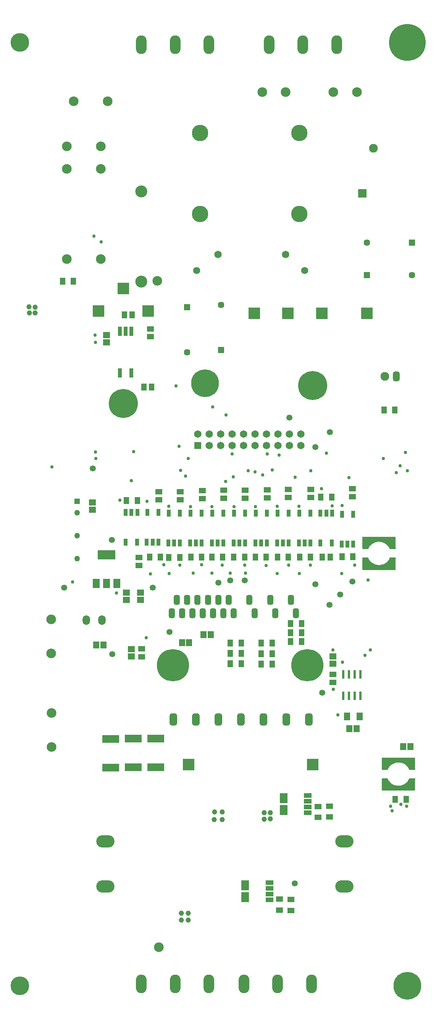
<source format=gts>
%FSTAX23Y23*%
%MOIN*%
%SFA1B1*%

%IPPOS*%
%AMD50*
4,1,8,0.032500,-0.034400,0.032500,0.034400,0.014800,0.052200,-0.014800,0.052200,-0.032500,0.034400,-0.032500,-0.034400,-0.014800,-0.052200,0.014800,-0.052200,0.032500,-0.034400,0.0*
1,1,0.035433,0.014800,-0.034400*
1,1,0.035433,0.014800,0.034400*
1,1,0.035433,-0.014800,0.034400*
1,1,0.035433,-0.014800,-0.034400*
%
%AMD51*
4,1,8,0.026600,-0.027600,0.026600,0.027600,0.011800,0.042300,-0.011800,0.042300,-0.026600,0.027600,-0.026600,-0.027600,-0.011800,-0.042300,0.011800,-0.042300,0.026600,-0.027600,0.0*
1,1,0.029528,0.011800,-0.027600*
1,1,0.029528,0.011800,0.027600*
1,1,0.029528,-0.011800,0.027600*
1,1,0.029528,-0.011800,-0.027600*
%
%AMD57*
4,1,8,0.028500,-0.026600,0.028500,0.026600,0.012800,0.042300,-0.012800,0.042300,-0.028500,0.026600,-0.028500,-0.026600,-0.012800,-0.042300,0.012800,-0.042300,0.028500,-0.026600,0.0*
1,1,0.031496,0.012800,-0.026600*
1,1,0.031496,0.012800,0.026600*
1,1,0.031496,-0.012800,0.026600*
1,1,0.031496,-0.012800,-0.026600*
%
%ADD19C,0.011811*%
%ADD20R,0.045275X0.061024*%
%ADD21R,0.281496X0.025591*%
%ADD22R,0.061024X0.045275*%
%ADD23C,0.053150*%
%ADD24R,0.057087X0.061024*%
%ADD25R,0.061024X0.057087*%
%ADD26R,0.059055X0.051181*%
%ADD27R,0.021968X0.077559*%
%ADD28R,0.053150X0.070866*%
%ADD29R,0.149606X0.068898*%
%ADD30R,0.051181X0.059055*%
%ADD31R,0.037401X0.064960*%
%ADD32R,0.037401X0.080709*%
%ADD33R,0.068898X0.039370*%
%ADD34R,0.068898X0.055118*%
%ADD35R,0.068898X0.053150*%
%ADD36R,0.155511X0.084645*%
%ADD37R,0.064960X0.084645*%
%ADD38R,0.064960X0.064960*%
%ADD39C,0.064960*%
%ADD40C,0.084645*%
%ADD41C,0.076771*%
%ADD42R,0.076771X0.076771*%
%ADD43C,0.253937*%
%ADD44R,0.100393X0.100393*%
%ADD45R,0.104330X0.104330*%
%ADD46C,0.057087*%
%ADD47R,0.057087X0.057087*%
%ADD48O,0.092520X0.163386*%
%ADD49C,0.281496*%
G04~CAMADD=50~8~0.0~0.0~1043.3~649.6~177.2~0.0~15~0.0~0.0~0.0~0.0~0~0.0~0.0~0.0~0.0~0~0.0~0.0~0.0~270.0~650.0~1044.0*
%ADD50D50*%
G04~CAMADD=51~8~0.0~0.0~846.5~531.5~147.6~0.0~15~0.0~0.0~0.0~0.0~0~0.0~0.0~0.0~0.0~0~0.0~0.0~0.0~270.0~532.0~846.0*
%ADD51D51*%
%ADD52R,0.057087X0.057087*%
%ADD53C,0.062008*%
%ADD54C,0.050000*%
%ADD55R,0.050000X0.050000*%
%ADD56C,0.143701*%
G04~CAMADD=57~8~0.0~0.0~846.5~570.9~157.5~0.0~15~0.0~0.0~0.0~0.0~0~0.0~0.0~0.0~0.0~0~0.0~0.0~0.0~270.0~571.0~846.0*
%ADD57D57*%
%ADD58O,0.159448X0.108268*%
%ADD59C,0.242126*%
%ADD60C,0.320866*%
%ADD61C,0.163386*%
%ADD62O,0.064960X0.084645*%
%ADD63C,0.104330*%
%ADD64C,0.029527*%
%ADD65C,0.045275*%
%LNservo_pwr-1*%
%LPD*%
G36*
X03173Y0203D02*
X03174Y0203D01*
X03174Y0203*
X03174Y02029*
X03175Y02029*
X03175Y02029*
X03175Y02028*
X03176Y02028*
X03176Y02028*
X03176Y02027*
Y01929*
X03176Y01928*
X03176Y01928*
X03175Y01927*
X03175Y01927*
X03175Y01927*
X03174Y01926*
X03174Y01926*
X03174Y01926*
X03173Y01926*
X03173Y01926*
X03129*
X03129Y01926*
X03129Y01926*
X03129Y01926*
X03129*
X03129Y01926*
X03129Y01926*
X03129Y01926*
X03129Y01926*
X03128Y01926*
X03128Y01926*
X03128Y01926*
X03128Y01926*
X03128Y01926*
X03128Y01926*
X03128Y01926*
X03128Y01926*
X03128Y01926*
X03127Y01927*
X03127Y01927*
X03127Y01927*
X03127Y01927*
X03127Y01927*
X03127Y01927*
X03127Y01927*
X03127Y01927*
X03127Y01927*
X03127Y01927*
X03127Y01927*
X03127Y01927*
X03127Y01928*
X03123Y01939*
X03112Y0195*
X03112Y0195*
X03112Y0195*
X03111Y0195*
X03111Y01951*
X03111Y01951*
X03111Y01951*
X03111Y01951*
X03111Y01951*
X03111Y01951*
X03111Y01951*
X03107Y01958*
X03096Y01966*
X03085Y01973*
X03069Y01981*
X03058Y01985*
X03042Y01989*
X0302*
X03004Y01985*
X02993Y01981*
X02977Y01973*
X02966Y01966*
X02955Y01958*
X02951Y01951*
X02951Y01951*
X02951Y01951*
X02951Y01951*
X02951Y01951*
X02951Y01951*
X02951Y01951*
X02951Y0195*
X0295Y0195*
X0295Y0195*
X0295Y0195*
X02939Y01939*
X02935Y01928*
X02935Y01927*
X02935Y01927*
X02935Y01927*
X02935Y01927*
X02935Y01927*
X02935Y01927*
X02935Y01927*
X02935Y01927*
X02935Y01927*
X02935Y01927*
X02935Y01927*
X02935Y01927*
X02934Y01926*
X02934Y01926*
X02934Y01926*
X02934Y01926*
X02934Y01926*
X02934Y01926*
X02934Y01926*
X02934Y01926*
X02934Y01926*
X02933Y01926*
X02933Y01926*
X02933Y01926*
X02933Y01926*
X02933Y01926*
X02933*
X02933Y01926*
X02933Y01926*
X02933Y01926*
X02889*
X02889Y01926*
X02888Y01926*
X02888Y01926*
X02888Y01926*
X02887Y01927*
X02887Y01927*
X02887Y01927*
X02886Y01928*
X02886Y01928*
X02886Y01929*
Y02027*
X02886Y02028*
X02886Y02028*
X02887Y02028*
X02887Y02029*
X02887Y02029*
X02888Y02029*
X02888Y0203*
X02888Y0203*
X02889Y0203*
X02889Y0203*
X03173*
X03173Y0203*
G37*
G36*
Y01845D02*
X03174Y01845D01*
X03174Y01845*
X03174Y01844*
X03175Y01844*
X03175Y01844*
X03175Y01843*
X03176Y01843*
X03176Y01842*
X03176Y01842*
Y01744*
X03176Y01743*
X03176Y01743*
X03175Y01742*
X03175Y01742*
X03175Y01742*
X03174Y01741*
X03174Y01741*
X03174Y01741*
X03173Y01741*
X03173Y01741*
X02889*
X02889Y01741*
X02888Y01741*
X02888Y01741*
X02888Y01741*
X02887Y01742*
X02887Y01742*
X02887Y01742*
X02886Y01743*
X02886Y01743*
X02886Y01744*
Y01842*
X02886Y01842*
X02886Y01843*
X02887Y01843*
X02887Y01844*
X02887Y01844*
X02888Y01844*
X02888Y01845*
X02888Y01845*
X02889Y01845*
X02889Y01845*
X02933*
X02933Y01845*
X02933Y01845*
X02933Y01845*
X02933*
X02933Y01845*
X02933Y01845*
X02933Y01845*
X02933*
X02934Y01845*
X02934Y01845*
X02934Y01845*
X02934Y01845*
X02934Y01845*
X02934Y01844*
X02934Y01844*
X02934Y01844*
X02934Y01844*
X02935Y01844*
X02935Y01844*
X02935Y01844*
X02935Y01844*
X02935Y01844*
X02935Y01844*
X02935Y01844*
X02935Y01844*
X02935Y01843*
X02935Y01843*
X02935Y01843*
X02935Y01843*
X02935Y01843*
X02939Y01832*
X0295Y0182*
X0295Y0182*
X0295Y0182*
X02951Y0182*
X02951Y0182*
X02951Y0182*
X02951Y0182*
X02951Y0182*
X02951Y0182*
X02951Y0182*
X02951Y0182*
X02955Y01813*
X02966Y01805*
X02977Y01797*
X02993Y0179*
X03004Y01786*
X0302Y01782*
X03042*
X03058Y01786*
X03069Y0179*
X03085Y01797*
X03096Y01805*
X03107Y01813*
X03111Y0182*
X03111Y0182*
X03111Y0182*
X03111Y0182*
X03111Y0182*
X03111Y0182*
X03111Y0182*
X03111Y0182*
X03112Y0182*
X03112Y0182*
X03112Y0182*
X03123Y01832*
X03127Y01843*
X03127Y01843*
X03127Y01843*
X03127Y01843*
X03127Y01843*
X03127Y01844*
X03127Y01844*
X03127Y01844*
X03127Y01844*
X03127Y01844*
X03127Y01844*
X03127Y01844*
X03127Y01844*
X03128Y01844*
X03128Y01844*
X03128Y01844*
X03128Y01844*
X03128Y01845*
X03128Y01845*
X03128Y01845*
X03128Y01845*
X03128Y01845*
X03129Y01845*
X03129*
X03129Y01845*
X03129Y01845*
X03129Y01845*
X03129*
X03129Y01845*
X03129Y01845*
X03129Y01845*
X03173*
X03173Y01845*
G37*
G36*
X03004Y03955D02*
X03004Y03955D01*
X03005Y03955*
X03005Y03955*
X03006Y03954*
X03006Y03954*
X03006Y03954*
X03006Y03953*
X03006Y03953*
X03006Y03952*
Y03854*
X03006Y03853*
X03006Y03853*
X03006Y03852*
X03006Y03852*
X03006Y03852*
X03005Y03851*
X03005Y03851*
X03004Y03851*
X03004Y03851*
X03003Y03851*
X0296*
X0296Y03851*
X0296Y03851*
X0296Y03851*
X0296*
X02959Y03851*
X02959Y03851*
X02959Y03851*
X02959Y03851*
X02959Y03851*
X02959Y03851*
X02959Y03851*
X02959Y03851*
X02959Y03851*
X02958Y03851*
X02958Y03851*
X02958Y03851*
X02958Y03852*
X02958Y03852*
X02958Y03852*
X02958Y03852*
X02958Y03852*
X02958Y03852*
X02958Y03852*
X02958Y03852*
X02958Y03852*
X02958Y03852*
X02957Y03852*
X02957Y03852*
X02957Y03853*
X02957Y03853*
X02954Y03864*
X02942Y03875*
X02942Y03875*
X02942Y03875*
X02942Y03876*
X02942Y03876*
X02942Y03876*
X02942Y03876*
X02942Y03876*
X02942Y03876*
X02942Y03876*
X02942Y03876*
X02938Y03883*
X02927Y03891*
X02915Y03899*
X029Y03906*
X02888Y0391*
X02873Y03914*
X0285*
X02835Y0391*
X02823Y03906*
X02808Y03899*
X02796Y03891*
X02785Y03883*
X02782Y03876*
X02782Y03876*
X02782Y03876*
X02782Y03876*
X02781Y03876*
X02781Y03876*
X02781Y03876*
X02781Y03876*
X02781Y03875*
X02781Y03875*
X02781Y03875*
X0277Y03864*
X02766Y03853*
X02766Y03853*
X02766Y03852*
X02766Y03852*
X02766Y03852*
X02766Y03852*
X02766Y03852*
X02766Y03852*
X02766Y03852*
X02766Y03852*
X02765Y03852*
X02765Y03852*
X02765Y03852*
X02765Y03852*
X02765Y03851*
X02765Y03851*
X02765Y03851*
X02765Y03851*
X02765Y03851*
X02765Y03851*
X02765Y03851*
X02764Y03851*
X02764Y03851*
X02764Y03851*
X02764Y03851*
X02764Y03851*
X02764Y03851*
X02764*
X02764Y03851*
X02763Y03851*
X02763Y03851*
X0272*
X0272Y03851*
X02719Y03851*
X02719Y03851*
X02718Y03851*
X02718Y03852*
X02718Y03852*
X02717Y03852*
X02717Y03853*
X02717Y03853*
X02717Y03854*
Y03952*
X02717Y03953*
X02717Y03953*
X02717Y03954*
X02718Y03954*
X02718Y03954*
X02718Y03955*
X02719Y03955*
X02719Y03955*
X0272Y03955*
X0272Y03955*
X03003*
X03004Y03955*
G37*
G36*
Y0377D02*
X03004Y0377D01*
X03005Y0377*
X03005Y0377*
X03006Y03769*
X03006Y03769*
X03006Y03769*
X03006Y03768*
X03006Y03768*
X03006Y03767*
Y03669*
X03006Y03668*
X03006Y03668*
X03006Y03667*
X03006Y03667*
X03006Y03667*
X03005Y03666*
X03005Y03666*
X03004Y03666*
X03004Y03666*
X03003Y03666*
X0272*
X0272Y03666*
X02719Y03666*
X02719Y03666*
X02718Y03666*
X02718Y03667*
X02718Y03667*
X02717Y03667*
X02717Y03668*
X02717Y03668*
X02717Y03669*
Y03767*
X02717Y03768*
X02717Y03768*
X02717Y03769*
X02718Y03769*
X02718Y03769*
X02718Y0377*
X02719Y0377*
X02719Y0377*
X0272Y0377*
X0272Y0377*
X02763*
X02763Y0377*
X02764Y0377*
X02764Y0377*
X02764*
X02764Y0377*
X02764Y0377*
X02764Y0377*
X02764*
X02764Y0377*
X02765Y0377*
X02765Y0377*
X02765Y0377*
X02765Y0377*
X02765Y0377*
X02765Y0377*
X02765Y0377*
X02765Y03769*
X02765Y03769*
X02765Y03769*
X02765Y03769*
X02766Y03769*
X02766Y03769*
X02766Y03769*
X02766Y03769*
X02766Y03769*
X02766Y03769*
X02766Y03769*
X02766Y03769*
X02766Y03768*
X02766Y03768*
X0277Y03757*
X02781Y03746*
X02781Y03746*
X02781Y03746*
X02781Y03746*
X02781Y03745*
X02781Y03745*
X02781Y03745*
X02782Y03745*
X02782Y03745*
X02782Y03745*
X02782Y03745*
X02785Y03738*
X02796Y0373*
X02808Y03723*
X02823Y03715*
X02835Y03711*
X0285Y03707*
X02873*
X02888Y03711*
X029Y03715*
X02915Y03723*
X02927Y0373*
X02938Y03738*
X02942Y03745*
X02942Y03745*
X02942Y03745*
X02942Y03745*
X02942Y03745*
X02942Y03745*
X02942Y03745*
X02942Y03746*
X02942Y03746*
X02942Y03746*
X02942Y03746*
X02954Y03757*
X02957Y03768*
X02957Y03768*
X02957Y03769*
X02957Y03769*
X02958Y03769*
X02958Y03769*
X02958Y03769*
X02958Y03769*
X02958Y03769*
X02958Y03769*
X02958Y03769*
X02958Y03769*
X02958Y03769*
X02958Y03769*
X02958Y0377*
X02958Y0377*
X02958Y0377*
X02959Y0377*
X02959Y0377*
X02959Y0377*
X02959Y0377*
X02959Y0377*
X02959Y0377*
X02959*
X02959Y0377*
X02959Y0377*
X0296Y0377*
X0296*
X0296Y0377*
X0296Y0377*
X0296Y0377*
X03003*
X03004Y0377*
G37*
G54D19*
X03031Y01778D02*
D01*
X03038Y01778*
X03046Y01779*
X03053Y0178*
X03061Y01782*
X03068Y01784*
X03075Y01787*
X03081Y0179*
X03088Y01794*
X03094Y01798*
X031Y01803*
X03106Y01808*
X03111Y01813*
X03116Y01819*
X0312Y01825*
X03124Y01832*
X03128Y01838*
X03129Y01842*
X02933D02*
D01*
X02936Y01835*
X0294Y01829*
X02944Y01823*
X02948Y01817*
X02953Y01811*
X02959Y01806*
X02964Y01801*
X0297Y01796*
X02977Y01792*
X02983Y01789*
X0299Y01786*
X02997Y01783*
X03005Y01781*
X03012Y0178*
X03019Y01778*
X03027Y01778*
X03031Y01778*
X03129Y01929D02*
D01*
X03126Y01935*
X03122Y01942*
X03118Y01948*
X03114Y01954*
X03109Y0196*
X03103Y01965*
X03098Y0197*
X03092Y01974*
X03085Y01978*
X03079Y01982*
X03072Y01985*
X03065Y01987*
X03057Y0199*
X0305Y01991*
X03043Y01992*
X03035Y01993*
X03031Y01993*
D01*
X03023Y01993*
X03016Y01992*
X03009Y01991*
X03001Y01989*
X02994Y01986*
X02987Y01984*
X02981Y0198*
X02974Y01977*
X02968Y01972*
X02962Y01968*
X02956Y01963*
X02951Y01957*
X02946Y01952*
X02942Y01945*
X02938Y01939*
X02934Y01932*
X02933Y01929*
X02862Y03918D02*
D01*
X02854Y03918*
X02847Y03917*
X02839Y03916*
X02832Y03914*
X02825Y03912*
X02818Y03909*
X02811Y03905*
X02805Y03902*
X02798Y03898*
X02793Y03893*
X02787Y03888*
X02782Y03882*
X02777Y03877*
X02773Y03871*
X02769Y03864*
X02765Y03858*
X02763Y03854*
X0296D02*
D01*
X02957Y03861*
X02953Y03867*
X02949Y03873*
X02944Y03879*
X02939Y03885*
X02934Y0389*
X02928Y03895*
X02922Y03899*
X02916Y03903*
X02909Y03907*
X02902Y0391*
X02895Y03913*
X02888Y03915*
X02881Y03916*
X02873Y03917*
X02866Y03918*
X02862Y03918*
X02763Y03767D02*
D01*
X02767Y0376*
X0277Y03754*
X02774Y03748*
X02779Y03742*
X02784Y03736*
X02789Y03731*
X02795Y03726*
X02801Y03722*
X02808Y03718*
X02814Y03714*
X02821Y03711*
X02828Y03708*
X02835Y03706*
X02843Y03705*
X0285Y03704*
X02857Y03703*
X02862Y03703*
D01*
X02869Y03703*
X02877Y03704*
X02884Y03705*
X02891Y03707*
X02898Y03709*
X02905Y03712*
X02912Y03716*
X02919Y03719*
X02925Y03724*
X02931Y03728*
X02936Y03733*
X02942Y03739*
X02946Y03744*
X02951Y0375*
X02955Y03757*
X02958Y03763*
X0296Y03767*
X02891Y01842D02*
X02933D01*
X03129D02*
X03171D01*
X02891Y01929D02*
X02933D01*
X03129D02*
X03171D01*
X0296Y03767D02*
X03001D01*
X02722D02*
X02763D01*
X02722Y03854D02*
X02763D01*
X0296D02*
X03001D01*
G54D20*
X02905Y05062D03*
X03D03*
X00098Y06185D03*
X00192D03*
X02448Y04303D03*
X02354D03*
X03098Y01665D03*
X03003D03*
X02539Y03783D03*
X02633D03*
X0209Y03198D03*
X02185D03*
X0209Y0312D03*
X02185D03*
X0209Y03041D03*
X02185D03*
X01834Y03029D03*
X01929D03*
X01834Y02935D03*
X01929D03*
X01834Y02844D03*
X01929D03*
X01564Y03029D03*
X01659D03*
X01564Y02938D03*
X01659D03*
X01564Y02848D03*
X01659D03*
X0207Y03779D03*
X01976D03*
X00954D03*
X0086D03*
X01122Y03775D03*
X01027D03*
X0122Y03779D03*
X01314D03*
X02169D03*
X02263D03*
X01496D03*
X01401D03*
X01688D03*
X01594D03*
X00751Y04271D03*
X00657D03*
X01781Y03779D03*
X01875D03*
G54D21*
X03031Y02009D03*
Y01761D03*
X02862Y03935D03*
Y03687D03*
G54D22*
X02094Y00696D03*
Y00791D03*
X01992Y007D03*
Y00795D03*
X0233Y01507D03*
Y01602D03*
X02429Y01511D03*
Y01606D03*
G54D23*
X02307Y0474D03*
X02078Y04996D03*
X02125Y00933D03*
X00363Y04553D03*
X00114Y03511D03*
X00528Y03928D03*
X02433Y0487D03*
X01688Y03574D03*
X01562D03*
X0146Y03555D03*
X02366Y02594D03*
X00531Y02933D03*
X01031Y03125D03*
X00885Y03513D03*
X02429Y03362D03*
X02307Y03543D03*
X02521Y03452D03*
X02629Y03566D03*
G54D24*
X00456Y03011D03*
X00393D03*
X01393Y03102D03*
X0133D03*
X01204Y03031D03*
X01141D03*
X02602Y02283D03*
X02665D03*
X03137Y02125D03*
X03074D03*
G54D25*
X00358Y04255D03*
Y04192D03*
X0246Y0285D03*
Y02913D03*
X00657Y03468D03*
Y03405D03*
X00779Y03468D03*
Y03405D03*
X007Y02974D03*
Y02911D03*
X00481Y05715D03*
Y05652D03*
G54D26*
X0263Y04305D03*
Y04374D03*
X0094Y0428D03*
Y04349D03*
X01125Y0428D03*
Y04349D03*
X01318Y04288D03*
Y04357D03*
X01507Y04292D03*
Y04361D03*
X01692Y04292D03*
Y04361D03*
X01885Y04296D03*
Y04365D03*
X02267Y043D03*
Y04369D03*
X0207Y043D03*
Y04369D03*
X0246Y02754D03*
Y02686D03*
X00789Y0291D03*
Y02979D03*
X00767Y03705D03*
Y03774D03*
X00866Y0577D03*
Y05701D03*
G54D27*
X0255Y02568D03*
X026D03*
X0265D03*
X027D03*
Y02754D03*
X0265D03*
X026D03*
X0255D03*
G54D28*
X02582Y02389D03*
X02692D03*
G54D29*
X00913Y02195D03*
Y01945D03*
X00716Y02195D03*
Y01945D03*
X00519Y02192D03*
Y01942D03*
G54D30*
X02436Y03779D03*
X02367D03*
X00707Y05893D03*
X00638D03*
X00808Y05263D03*
X00876D03*
G54D31*
X02263Y04163D03*
X02165D03*
X02161Y03903D03*
X02212D03*
X02263D03*
X02073Y04163D03*
X01975D03*
X01971Y03903D03*
X02022D03*
X02073D03*
X0235D03*
X02448D03*
X02452Y04163D03*
X02401D03*
X0235D03*
X01693D03*
X01595D03*
X01591Y03903D03*
X01642D03*
X01693D03*
X00937Y04167D03*
X00838D03*
X00834Y03907D03*
X00885D03*
X00937D03*
X01123Y04163D03*
X01025D03*
X01021Y03903D03*
X01072D03*
X01123D03*
X01313Y04163D03*
X01215D03*
X01211Y03903D03*
X01262D03*
X01313D03*
X01503Y04163D03*
X01405D03*
X01401Y03903D03*
X01452D03*
X01503D03*
X01883Y04163D03*
X01785D03*
X01781Y03903D03*
X01832D03*
X01883D03*
X00649Y03907D03*
X00748D03*
X00751Y04167D03*
X007D03*
X00649D03*
X02637Y04153D03*
X02539D03*
X02535Y03893D03*
X02586D03*
X02637D03*
G54D32*
X00598Y05748D03*
X00649D03*
X007D03*
Y05385D03*
X00598D03*
G54D33*
X01905Y00787D03*
Y00837D03*
Y00887D03*
Y00937D03*
X01694Y00787D03*
Y00937D03*
X0224Y01548D03*
Y01598D03*
Y01648D03*
Y01698D03*
X02028Y01548D03*
Y01698D03*
G54D34*
X01694Y00827D03*
X02028Y01588D03*
G54D35*
X01694Y00897D03*
X02028Y01658D03*
G54D36*
X00484Y03797D03*
G54D37*
X00574Y03549D03*
X00484D03*
X00393D03*
G54D38*
X01279Y04752D03*
G54D39*
X01379Y04752D03*
X01479D03*
X01579D03*
X01679D03*
X01779D03*
X01879D03*
X01979D03*
X02079D03*
X02179D03*
Y04852D03*
X02079D03*
X01979D03*
X01879D03*
X01779D03*
X01679D03*
X01579D03*
X01479D03*
X01379D03*
X01279D03*
X02047Y06417D03*
X01456D03*
G54D40*
X0094Y00374D03*
X00925Y06188D03*
X00433Y07165D03*
Y07362D03*
X00137D03*
Y07165D03*
Y06377D03*
X00433D03*
X00001Y02123D03*
Y02418D03*
X0Y0294D03*
Y03236D03*
X01842Y07834D03*
X02047D03*
X02669D03*
X02464D03*
X00492Y07755D03*
X00196D03*
G54D41*
X02814Y07346D03*
X02913Y05354D03*
G54D42*
X02716Y06952D03*
G54D43*
X02283Y05275D03*
X00629Y05118D03*
G54D44*
X02755Y05905D03*
X02362D03*
X02066D03*
X01771D03*
G54D45*
X00413Y05925D03*
X00629Y06122D03*
X00846Y05925D03*
X012Y01968D03*
X02283D03*
G54D46*
X01185Y05566D03*
X03149Y0624D03*
X02755Y06523D03*
X01484Y0598D03*
G54D47*
X01185Y0596D03*
X01484Y05586D03*
G54D48*
X02492Y08248D03*
X02196D03*
X01901D03*
X01377D03*
X01082D03*
X00787D03*
X01377Y00055D03*
X01082D03*
X00787D03*
X02271D03*
X01976D03*
X01681D03*
G54D49*
X01062Y02834D03*
X02236D03*
G54D50*
X02248Y02362D03*
X02051D03*
X01854D03*
X01657D03*
X0146D03*
X01263D03*
X01066D03*
G54D51*
X01051Y03287D03*
X01096Y03405D03*
X01141Y03287D03*
X01187Y03405D03*
X01232Y03287D03*
X01277Y03405D03*
X01322Y03287D03*
X01368Y03405D03*
X01413Y03287D03*
X01458Y03405D03*
X01503Y03287D03*
X01549Y03405D03*
X01594Y03287D03*
X0173Y03405D03*
X01775Y03287D03*
X01911Y03405D03*
X01956Y03287D03*
X02092Y03405D03*
X02137Y03287D03*
G54D52*
X02755Y0624D03*
X03149Y06523D03*
G54D53*
X01269Y06279D03*
X02214D03*
G54D54*
X00226Y03764D03*
Y03964D03*
Y04164D03*
G54D55*
X00226Y04264D03*
G54D56*
X02165Y06771D03*
X01299D03*
X02165Y0748D03*
X01299D03*
G54D57*
X03011Y05354D03*
G54D58*
X02559Y00905D03*
Y01299D03*
X00472Y00905D03*
Y01299D03*
G54D59*
X0311Y00039D03*
X01342Y05295D03*
G54D60*
X0311Y08267D03*
G54D61*
X-00275Y08267D03*
Y00039D03*
G54D62*
X00305Y03228D03*
X00442D03*
G54D63*
X00787Y06181D03*
Y06968D03*
G54D64*
X01029Y03634D03*
X00866Y03633D03*
X01885Y04677D03*
X01578D03*
X03047Y04574D03*
X01409Y0509D03*
X03094Y04692D03*
X0311Y04531D03*
X03102Y01606D03*
X03051Y01622D03*
X02976Y01566D03*
X02358Y04374D03*
X00598Y04275D03*
X02598Y04472D03*
X02129Y04476D03*
X02401Y04685D03*
X01988Y04669D03*
X02267Y04531D03*
X01929Y04539D03*
X01846Y04496D03*
X007Y04444D03*
X01779Y04521D03*
X01523Y0444D03*
X01527Y05019D03*
X0159Y0448D03*
X01173Y04484D03*
X01129Y04535D03*
X0172Y04531D03*
X03011Y04515D03*
X02964Y01606D03*
X02898Y04637D03*
X02503Y02401D03*
X0109Y05271D03*
X00384Y05715D03*
X00385Y05651D03*
X00386Y04694D03*
X00006Y04564D03*
X00187Y03561D03*
X02164Y04221D03*
X01973D03*
X01784Y0422D03*
X01597Y04219D03*
X01404Y0422D03*
X01215D03*
X01025Y04221D03*
X02453Y04225D03*
X0254Y04229D03*
X00837Y04266D03*
X00389Y04638D03*
X01195Y04639D03*
X00718Y04699D03*
X00372Y0658D03*
X00436Y06528D03*
X01115Y04745D03*
X00981Y03712D03*
X01122Y03708D03*
X01312Y03711D03*
X01494Y03708D03*
X01689D03*
X01875Y03705D03*
X02071Y03708D03*
X02263Y03707D03*
X01239Y0364D03*
X01401Y03637D03*
X01696Y03638D03*
X01564Y03639D03*
X01971Y03635D03*
X02167Y03634D03*
X02535Y03635D03*
X02543Y02862D03*
X0274Y02921D03*
X02767Y03578D03*
X02649Y03708D03*
X02787Y02968D03*
X0246D03*
X02462Y02624D03*
X0057Y03464D03*
X0083Y03074D03*
G54D65*
X-0019Y05909D03*
X-00193Y05962D03*
X-0014Y0591D03*
Y0596D03*
X00486Y03799D03*
X01421Y01488D03*
X01858Y01492D03*
X01913Y01496D03*
Y01547D03*
X01858D03*
X01492Y01488D03*
Y01555D03*
X01425D03*
X01195Y00613D03*
X01136D03*
X01195Y00672D03*
X01137Y00673D03*
M02*
</source>
